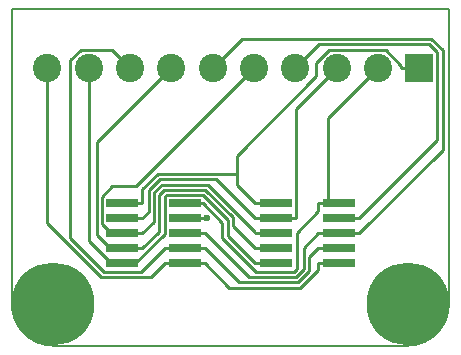
<source format=gtl>
G04 #@! TF.FileFunction,Copper,L1,Top,Signal*
%FSLAX46Y46*%
G04 Gerber Fmt 4.6, Leading zero omitted, Abs format (unit mm)*
G04 Created by KiCad (PCBNEW 4.0.2-stable) date 21/05/2016 00:23:07*
%MOMM*%
G01*
G04 APERTURE LIST*
%ADD10C,0.100000*%
%ADD11C,0.150000*%
%ADD12C,2.400000*%
%ADD13R,2.400000X2.400000*%
%ADD14C,7.000000*%
%ADD15R,2.790000X0.740000*%
%ADD16C,0.600000*%
%ADD17C,0.250000*%
G04 APERTURE END LIST*
D10*
D11*
X0Y28500000D02*
X0Y3500000D01*
X37000000Y28500000D02*
X0Y28500000D01*
X37000000Y3500000D02*
X37000000Y28500000D01*
X3500000Y0D02*
X33500000Y0D01*
X33500000Y0D02*
G75*
G03X37000000Y3500000I0J3500000D01*
G01*
X0Y3500000D02*
G75*
G03X3500000Y0I3500000J0D01*
G01*
D12*
X27500000Y23500000D03*
X31000000Y23500000D03*
X24000000Y23500000D03*
X20500000Y23500000D03*
X17000000Y23500000D03*
X13500000Y23531729D03*
D13*
X34500000Y23500000D03*
D12*
X10000000Y23500000D03*
X6500000Y23500000D03*
X3000000Y23500000D03*
D14*
X3500000Y3500000D03*
X33500000Y3500000D03*
D15*
X9340000Y10770000D03*
X14660000Y10770000D03*
X9340000Y9500000D03*
X14660000Y9500000D03*
X14660000Y6960000D03*
X9340000Y6960000D03*
X14660000Y8230000D03*
X9340000Y8230000D03*
X9340000Y12040000D03*
X14660000Y12040000D03*
X22340000Y10770000D03*
X27660000Y10770000D03*
X22340000Y9500000D03*
X27660000Y9500000D03*
X27660000Y6960000D03*
X22340000Y6960000D03*
X27660000Y8230000D03*
X22340000Y8230000D03*
X22340000Y12040000D03*
X27660000Y12040000D03*
D16*
X16558800Y10770000D03*
D17*
X9340000Y10770000D02*
X11060300Y10770000D01*
X24060300Y20060300D02*
X24060300Y10770000D01*
X27500000Y23500000D02*
X24060300Y20060300D01*
X22340000Y10770000D02*
X24060300Y10770000D01*
X22340000Y10770000D02*
X20619700Y10770000D01*
X11588700Y11298400D02*
X11060300Y10770000D01*
X11588700Y13156900D02*
X11588700Y11298400D01*
X12518100Y14086300D02*
X11588700Y13156900D01*
X17303400Y14086300D02*
X12518100Y14086300D01*
X20619700Y10770000D02*
X17303400Y14086300D01*
X26022000Y25522000D02*
X24000000Y23500000D01*
X35338200Y25522000D02*
X26022000Y25522000D01*
X36025400Y24834800D02*
X35338200Y25522000D01*
X36025400Y17415100D02*
X36025400Y24834800D01*
X29380300Y10770000D02*
X36025400Y17415100D01*
X27660000Y10770000D02*
X29380300Y10770000D01*
X14660000Y10770000D02*
X16380300Y10770000D01*
X16380300Y10770000D02*
X16558800Y10770000D01*
X8384900Y9500000D02*
X9340000Y9500000D01*
X7619700Y10265200D02*
X8384900Y9500000D01*
X7619700Y12601200D02*
X7619700Y10265200D01*
X8520200Y13501700D02*
X7619700Y12601200D01*
X10501700Y13501700D02*
X8520200Y13501700D01*
X20500000Y23500000D02*
X10501700Y13501700D01*
X22340000Y9500000D02*
X20619700Y9500000D01*
X9340000Y9500000D02*
X11060300Y9500000D01*
X12039000Y10478700D02*
X11060300Y9500000D01*
X12039000Y12970300D02*
X12039000Y10478700D01*
X12704700Y13636000D02*
X12039000Y12970300D01*
X16585900Y13636000D02*
X12704700Y13636000D01*
X20619700Y9602200D02*
X16585900Y13636000D01*
X20619700Y9500000D02*
X20619700Y9602200D01*
X19472300Y25972300D02*
X17000000Y23500000D01*
X35524800Y25972300D02*
X19472300Y25972300D01*
X36475700Y25021400D02*
X35524800Y25972300D01*
X36475700Y16595400D02*
X36475700Y25021400D01*
X29380300Y9500000D02*
X36475700Y16595400D01*
X28520200Y9500000D02*
X29380300Y9500000D01*
X28520200Y9500000D02*
X27660000Y9500000D01*
X27660000Y9500000D02*
X25939700Y9500000D01*
X14660000Y9500000D02*
X16380300Y9500000D01*
X24735700Y8296000D02*
X25939700Y9500000D01*
X24735700Y6493600D02*
X24735700Y8296000D01*
X24056400Y5814300D02*
X24735700Y6493600D01*
X20066000Y5814300D02*
X24056400Y5814300D01*
X16380300Y9500000D02*
X20066000Y5814300D01*
X14660000Y6960000D02*
X12939700Y6960000D01*
X11794100Y5814400D02*
X12939700Y6960000D01*
X7577400Y5814400D02*
X11794100Y5814400D01*
X3000000Y10391800D02*
X7577400Y5814400D01*
X3000000Y23500000D02*
X3000000Y10391800D01*
X27660000Y6960000D02*
X25939700Y6960000D01*
X14660000Y6960000D02*
X16380300Y6960000D01*
X25939700Y6423800D02*
X25939700Y6960000D01*
X24429600Y4913700D02*
X25939700Y6423800D01*
X18426600Y4913700D02*
X24429600Y4913700D01*
X16380300Y6960000D02*
X18426600Y4913700D01*
X6500000Y8831600D02*
X6500000Y23500000D01*
X8371600Y6960000D02*
X6500000Y8831600D01*
X9340000Y6960000D02*
X8371600Y6960000D01*
X22340000Y6960000D02*
X20619700Y6960000D01*
X10431100Y6960000D02*
X9340000Y6960000D01*
X12939600Y9468500D02*
X10431100Y6960000D01*
X12939600Y12597100D02*
X12939600Y9468500D01*
X13077900Y12735400D02*
X12939600Y12597100D01*
X16201100Y12735400D02*
X13077900Y12735400D01*
X18272000Y10664500D02*
X16201100Y12735400D01*
X18272000Y9307700D02*
X18272000Y10664500D01*
X20619700Y6960000D02*
X18272000Y9307700D01*
X27660000Y8230000D02*
X25939700Y8230000D01*
X15520200Y8230000D02*
X16380300Y8230000D01*
X15520200Y8230000D02*
X14660000Y8230000D01*
X8463300Y25036700D02*
X10000000Y23500000D01*
X5817500Y25036700D02*
X8463300Y25036700D01*
X4956600Y24175800D02*
X5817500Y25036700D01*
X4956600Y9072100D02*
X4956600Y24175800D01*
X7764000Y6264700D02*
X4956600Y9072100D01*
X10974400Y6264700D02*
X7764000Y6264700D01*
X12939700Y8230000D02*
X10974400Y6264700D01*
X14660000Y8230000D02*
X12939700Y8230000D01*
X25186100Y7476400D02*
X25939700Y8230000D01*
X25186100Y6307100D02*
X25186100Y7476400D01*
X24243000Y5364000D02*
X25186100Y6307100D01*
X19246300Y5364000D02*
X24243000Y5364000D01*
X16380300Y8230000D02*
X19246300Y5364000D01*
X8337400Y8230000D02*
X9340000Y8230000D01*
X7169300Y9398100D02*
X8337400Y8230000D01*
X7169300Y17201000D02*
X7169300Y9398100D01*
X13500000Y23531700D02*
X7169300Y17201000D01*
X22340000Y8230000D02*
X20619700Y8230000D01*
X9340000Y8230000D02*
X11060300Y8230000D01*
X12489300Y9659000D02*
X11060300Y8230000D01*
X12489300Y12783700D02*
X12489300Y9659000D01*
X12891300Y13185700D02*
X12489300Y12783700D01*
X16393300Y13185700D02*
X12891300Y13185700D01*
X18722400Y10856600D02*
X16393300Y13185700D01*
X18722400Y10127300D02*
X18722400Y10856600D01*
X20619700Y8230000D02*
X18722400Y10127300D01*
X22340000Y12040000D02*
X20619700Y12040000D01*
X9340000Y12040000D02*
X11060300Y12040000D01*
X34500000Y23500000D02*
X32974700Y23500000D01*
X11060300Y13265400D02*
X11060300Y12040000D01*
X12331500Y14536600D02*
X11060300Y13265400D01*
X19023800Y14536600D02*
X12331500Y14536600D01*
X19023800Y13635900D02*
X19023800Y14536600D01*
X20619700Y12040000D02*
X19023800Y13635900D01*
X32974700Y23690800D02*
X32974700Y23500000D01*
X31640200Y25025300D02*
X32974700Y23690800D01*
X26851100Y25025300D02*
X31640200Y25025300D01*
X25750100Y23924300D02*
X26851100Y25025300D01*
X25750100Y22823100D02*
X25750100Y23924300D01*
X19023800Y16096800D02*
X25750100Y22823100D01*
X19023800Y14536600D02*
X19023800Y16096800D01*
X16174800Y12040000D02*
X14660000Y12040000D01*
X17821700Y10393100D02*
X16174800Y12040000D01*
X17821700Y9121000D02*
X17821700Y10393100D01*
X20678100Y6264600D02*
X17821700Y9121000D01*
X23869800Y6264600D02*
X20678100Y6264600D01*
X24126300Y6521100D02*
X23869800Y6264600D01*
X24126300Y9564300D02*
X24126300Y6521100D01*
X25939700Y11377700D02*
X24126300Y9564300D01*
X25939700Y12040000D02*
X25939700Y11377700D01*
X27660000Y12040000D02*
X26799900Y12040000D01*
X26799900Y12040000D02*
X25939700Y12040000D01*
X26799900Y19299900D02*
X31000000Y23500000D01*
X26799900Y12040000D02*
X26799900Y19299900D01*
M02*

</source>
